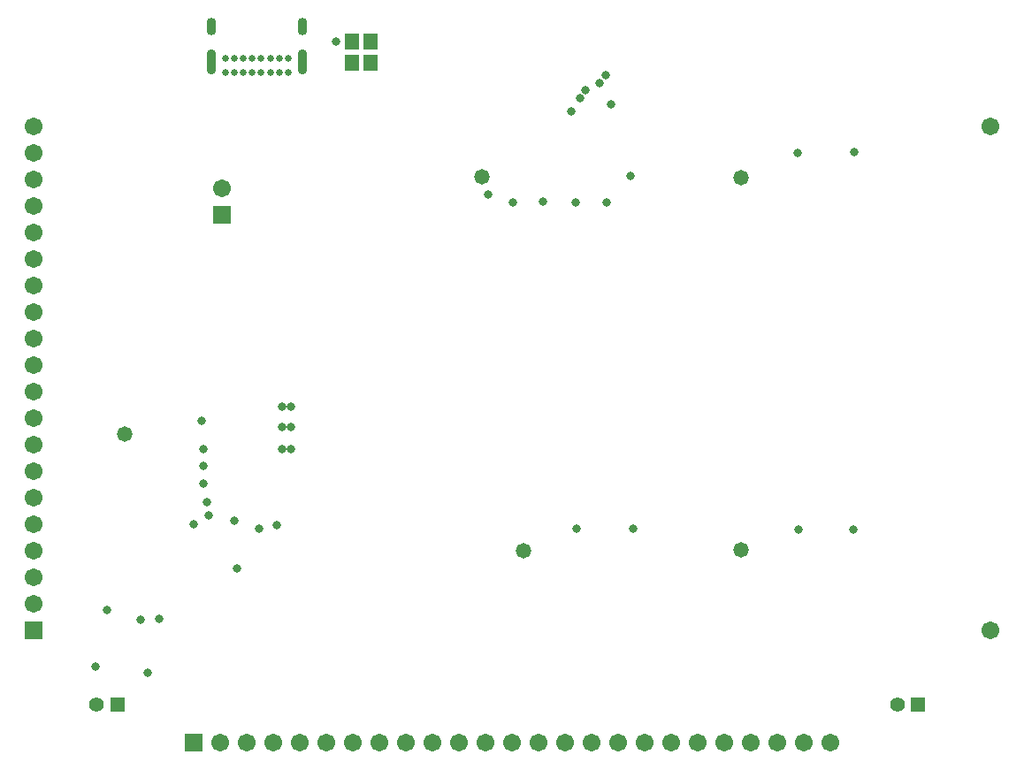
<source format=gbr>
%TF.GenerationSoftware,Altium Limited,Altium Designer,22.7.1 (60)*%
G04 Layer_Color=8388736*
%FSLAX45Y45*%
%MOMM*%
%TF.SameCoordinates,3BEA7849-7BF4-4C83-8F54-36563B6BDC8B*%
%TF.FilePolarity,Negative*%
%TF.FileFunction,Soldermask,Top*%
%TF.Part,Single*%
G01*
G75*
%TA.AperFunction,ComponentPad*%
%ADD18C,0.65000*%
G04:AMPARAMS|DCode=19|XSize=0.9mm|YSize=2.4mm|CornerRadius=0.45mm|HoleSize=0mm|Usage=FLASHONLY|Rotation=0.000|XOffset=0mm|YOffset=0mm|HoleType=Round|Shape=RoundedRectangle|*
%AMROUNDEDRECTD19*
21,1,0.90000,1.50000,0,0,0.0*
21,1,0.00000,2.40000,0,0,0.0*
1,1,0.90000,0.00000,-0.75000*
1,1,0.90000,0.00000,-0.75000*
1,1,0.90000,0.00000,0.75000*
1,1,0.90000,0.00000,0.75000*
%
%ADD19ROUNDEDRECTD19*%
G04:AMPARAMS|DCode=20|XSize=0.9mm|YSize=1.7mm|CornerRadius=0.45mm|HoleSize=0mm|Usage=FLASHONLY|Rotation=0.000|XOffset=0mm|YOffset=0mm|HoleType=Round|Shape=RoundedRectangle|*
%AMROUNDEDRECTD20*
21,1,0.90000,0.80000,0,0,0.0*
21,1,0.00000,1.70000,0,0,0.0*
1,1,0.90000,0.00000,-0.40000*
1,1,0.90000,0.00000,-0.40000*
1,1,0.90000,0.00000,0.40000*
1,1,0.90000,0.00000,0.40000*
%
%ADD20ROUNDEDRECTD20*%
%TA.AperFunction,SMDPad,CuDef*%
%ADD53R,1.35320X1.55320*%
%TA.AperFunction,ComponentPad*%
%ADD57C,1.40320*%
%ADD58R,1.40320X1.40320*%
%ADD59C,1.70320*%
%ADD60R,1.70320X1.70320*%
%ADD61R,1.70320X1.70320*%
%TA.AperFunction,ViaPad*%
%ADD62C,1.70320*%
%ADD63C,0.83820*%
%ADD64C,1.47320*%
D18*
X2102100Y7009600D02*
D03*
X2187101D02*
D03*
X2272100D02*
D03*
X2357100D02*
D03*
X2442101D02*
D03*
X2527101D02*
D03*
X2612100D02*
D03*
X2697101D02*
D03*
Y6874600D02*
D03*
X2612100D02*
D03*
X2527101D02*
D03*
X2442101D02*
D03*
X2357100D02*
D03*
X2272100D02*
D03*
X2187101D02*
D03*
X2102100D02*
D03*
D19*
X2832101Y6972600D02*
D03*
X1967100D02*
D03*
D20*
X2832101Y7310600D02*
D03*
X1967100D02*
D03*
D53*
X3487493Y7174179D02*
D03*
X3312493D02*
D03*
X3487493Y6967728D02*
D03*
X3312493D02*
D03*
D57*
X865509Y824091D02*
D03*
X8531229D02*
D03*
D58*
X1065509D02*
D03*
X8731229D02*
D03*
D59*
X259000Y6361300D02*
D03*
Y6107300D02*
D03*
Y5853300D02*
D03*
Y5599300D02*
D03*
Y5345300D02*
D03*
Y5091300D02*
D03*
Y4837300D02*
D03*
Y4583300D02*
D03*
Y4329300D02*
D03*
Y4075300D02*
D03*
Y3821300D02*
D03*
Y3567300D02*
D03*
Y3313300D02*
D03*
Y3059300D02*
D03*
Y2805300D02*
D03*
Y2551300D02*
D03*
Y2297300D02*
D03*
Y2043300D02*
D03*
Y1789300D02*
D03*
X2048430Y455000D02*
D03*
X2302430D02*
D03*
X2556430D02*
D03*
X2810430D02*
D03*
X3064430D02*
D03*
X3318430D02*
D03*
X3572430D02*
D03*
X3826430D02*
D03*
X4080430D02*
D03*
X4334430D02*
D03*
X4588430D02*
D03*
X4842430D02*
D03*
X5096430D02*
D03*
X5350430D02*
D03*
X5604430D02*
D03*
X5858430D02*
D03*
X6112430D02*
D03*
X6366430D02*
D03*
X6620430D02*
D03*
X6874430D02*
D03*
X7128430D02*
D03*
X7382430D02*
D03*
X7636430D02*
D03*
X7890430D02*
D03*
X2061718Y5768848D02*
D03*
D60*
X259000Y1535300D02*
D03*
X2061718Y5514848D02*
D03*
D61*
X1794430Y455000D02*
D03*
D62*
X9425860Y1535300D02*
D03*
Y6361300D02*
D03*
D63*
X8116113Y6109665D02*
D03*
X7580630Y6103214D02*
D03*
X8109661Y2496769D02*
D03*
X7587082D02*
D03*
X6006440Y2503221D02*
D03*
X5464505D02*
D03*
X5140006Y5638470D02*
D03*
X4852096Y5631175D02*
D03*
X5452096Y5631180D02*
D03*
X5752096D02*
D03*
X5412892Y6503213D02*
D03*
X5980633Y5883859D02*
D03*
X4612894Y5703214D02*
D03*
X2587092Y2535479D02*
D03*
X2180641Y2580640D02*
D03*
X2206447Y2122576D02*
D03*
X1883867Y2935478D02*
D03*
X1793545Y2548382D02*
D03*
X1883867Y3109671D02*
D03*
Y3264510D02*
D03*
X1941932Y2632253D02*
D03*
X1870964Y3535477D02*
D03*
X961288Y1729029D02*
D03*
X1354836Y1122578D02*
D03*
X851611Y1187094D02*
D03*
X1290320Y1632255D02*
D03*
X5677408Y6774180D02*
D03*
X5742305Y6849491D02*
D03*
X5541924Y6703212D02*
D03*
X5490312Y6632245D02*
D03*
X1922577Y2761285D02*
D03*
X5793537Y6567729D02*
D03*
X1464513Y1638706D02*
D03*
X2645156Y3477412D02*
D03*
X2729027Y3270961D02*
D03*
Y3477412D02*
D03*
Y3677412D02*
D03*
X2638704D02*
D03*
Y3270961D02*
D03*
X2419350Y2503221D02*
D03*
X3161284Y7174179D02*
D03*
D64*
X4554830Y5877408D02*
D03*
X1135482Y3412896D02*
D03*
X7038696Y2303221D02*
D03*
Y5870956D02*
D03*
X4954829Y2296770D02*
D03*
%TF.MD5,ce9e5f1e73c82170cb2e7332f785aee2*%
M02*

</source>
